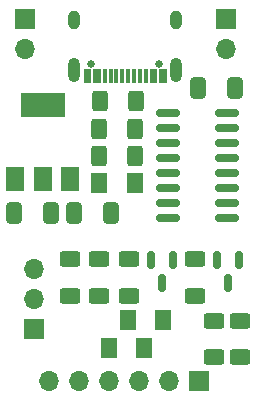
<source format=gbr>
%TF.GenerationSoftware,KiCad,Pcbnew,7.0.1*%
%TF.CreationDate,2023-04-05T11:46:08-04:00*%
%TF.ProjectId,PCB_USB_TTL,5043425f-5553-4425-9f54-544c2e6b6963,rev?*%
%TF.SameCoordinates,Original*%
%TF.FileFunction,Soldermask,Top*%
%TF.FilePolarity,Negative*%
%FSLAX46Y46*%
G04 Gerber Fmt 4.6, Leading zero omitted, Abs format (unit mm)*
G04 Created by KiCad (PCBNEW 7.0.1) date 2023-04-05 11:46:08*
%MOMM*%
%LPD*%
G01*
G04 APERTURE LIST*
G04 Aperture macros list*
%AMRoundRect*
0 Rectangle with rounded corners*
0 $1 Rounding radius*
0 $2 $3 $4 $5 $6 $7 $8 $9 X,Y pos of 4 corners*
0 Add a 4 corners polygon primitive as box body*
4,1,4,$2,$3,$4,$5,$6,$7,$8,$9,$2,$3,0*
0 Add four circle primitives for the rounded corners*
1,1,$1+$1,$2,$3*
1,1,$1+$1,$4,$5*
1,1,$1+$1,$6,$7*
1,1,$1+$1,$8,$9*
0 Add four rect primitives between the rounded corners*
20,1,$1+$1,$2,$3,$4,$5,0*
20,1,$1+$1,$4,$5,$6,$7,0*
20,1,$1+$1,$6,$7,$8,$9,0*
20,1,$1+$1,$8,$9,$2,$3,0*%
G04 Aperture macros list end*
%ADD10RoundRect,0.150000X-0.150000X0.587500X-0.150000X-0.587500X0.150000X-0.587500X0.150000X0.587500X0*%
%ADD11RoundRect,0.250000X-0.625000X0.400000X-0.625000X-0.400000X0.625000X-0.400000X0.625000X0.400000X0*%
%ADD12RoundRect,0.250000X-0.412500X-0.650000X0.412500X-0.650000X0.412500X0.650000X-0.412500X0.650000X0*%
%ADD13RoundRect,0.250001X-0.462499X-0.624999X0.462499X-0.624999X0.462499X0.624999X-0.462499X0.624999X0*%
%ADD14R,1.500000X2.000000*%
%ADD15R,3.800000X2.000000*%
%ADD16RoundRect,0.250000X0.412500X0.650000X-0.412500X0.650000X-0.412500X-0.650000X0.412500X-0.650000X0*%
%ADD17R,1.700000X1.700000*%
%ADD18O,1.700000X1.700000*%
%ADD19RoundRect,0.250000X0.625000X-0.400000X0.625000X0.400000X-0.625000X0.400000X-0.625000X-0.400000X0*%
%ADD20RoundRect,0.250000X0.400000X0.625000X-0.400000X0.625000X-0.400000X-0.625000X0.400000X-0.625000X0*%
%ADD21RoundRect,0.250000X-0.400000X-0.625000X0.400000X-0.625000X0.400000X0.625000X-0.400000X0.625000X0*%
%ADD22RoundRect,0.150000X0.825000X0.150000X-0.825000X0.150000X-0.825000X-0.150000X0.825000X-0.150000X0*%
%ADD23C,0.650000*%
%ADD24R,0.300000X1.150000*%
%ADD25O,1.000000X2.100000*%
%ADD26O,1.000000X1.600000*%
G04 APERTURE END LIST*
D10*
%TO.C,Q1*%
X147550000Y-83762500D03*
X145650000Y-83762500D03*
X146600000Y-85637500D03*
%TD*%
D11*
%TO.C,R1*%
X149400000Y-83650000D03*
X149400000Y-86750000D03*
%TD*%
%TO.C,R4*%
X141300000Y-83650000D03*
X141300000Y-86750000D03*
%TD*%
D12*
%TO.C,C1*%
X139137500Y-79750000D03*
X142262500Y-79750000D03*
%TD*%
D11*
%TO.C,R5*%
X138800000Y-83650000D03*
X138800000Y-86750000D03*
%TD*%
D13*
%TO.C,D1*%
X141312500Y-77200000D03*
X144287500Y-77200000D03*
%TD*%
D14*
%TO.C,U1*%
X134200000Y-76900000D03*
X136500000Y-76900000D03*
X138800000Y-76900000D03*
D15*
X136500000Y-70600000D03*
%TD*%
D16*
%TO.C,C3*%
X137198500Y-79750000D03*
X134073500Y-79750000D03*
%TD*%
D11*
%TO.C,R6*%
X153200000Y-88850000D03*
X153200000Y-91950000D03*
%TD*%
D17*
%TO.C,J1*%
X135800000Y-89525000D03*
D18*
X135800000Y-86985000D03*
X135800000Y-84445000D03*
%TD*%
D10*
%TO.C,Q2*%
X153150000Y-83762500D03*
X151250000Y-83762500D03*
X152200000Y-85637500D03*
%TD*%
D19*
%TO.C,R7*%
X151000000Y-91950000D03*
X151000000Y-88850000D03*
%TD*%
D20*
%TO.C,R9*%
X144450000Y-70300000D03*
X141350000Y-70300000D03*
%TD*%
D12*
%TO.C,C2*%
X149637500Y-69200000D03*
X152762500Y-69200000D03*
%TD*%
D21*
%TO.C,R3*%
X141250000Y-74900000D03*
X144350000Y-74900000D03*
%TD*%
D20*
%TO.C,R8*%
X144350000Y-72600000D03*
X141250000Y-72600000D03*
%TD*%
D22*
%TO.C,U2*%
X152075000Y-80137000D03*
X152075000Y-78867000D03*
X152075000Y-77597000D03*
X152075000Y-76327000D03*
X152075000Y-75057000D03*
X152075000Y-73787000D03*
X152075000Y-72517000D03*
X152075000Y-71247000D03*
X147125000Y-71247000D03*
X147125000Y-72517000D03*
X147125000Y-73787000D03*
X147125000Y-75057000D03*
X147125000Y-76327000D03*
X147125000Y-77597000D03*
X147125000Y-78867000D03*
X147125000Y-80137000D03*
%TD*%
D23*
%TO.C,P1*%
X146390000Y-67105000D03*
X140610000Y-67105000D03*
D24*
X146850000Y-68170000D03*
X146050000Y-68170000D03*
X144750000Y-68170000D03*
X143750000Y-68170000D03*
X143250000Y-68170000D03*
X142250000Y-68170000D03*
X140950000Y-68170000D03*
X140150000Y-68170000D03*
X140450000Y-68170000D03*
X141250000Y-68170000D03*
X141750000Y-68170000D03*
X142750000Y-68170000D03*
X144250000Y-68170000D03*
X145250000Y-68170000D03*
X145750000Y-68170000D03*
X146550000Y-68170000D03*
D25*
X147820000Y-67605000D03*
D26*
X147820000Y-63425000D03*
D25*
X139180000Y-67605000D03*
D26*
X139180000Y-63425000D03*
%TD*%
D13*
%TO.C,D3*%
X142112500Y-91200000D03*
X145087500Y-91200000D03*
%TD*%
%TO.C,D2*%
X143712500Y-88800000D03*
X146687500Y-88800000D03*
%TD*%
D19*
%TO.C,R2*%
X143800000Y-86750000D03*
X143800000Y-83650000D03*
%TD*%
D17*
%TO.C,J3*%
X135000000Y-63325000D03*
D18*
X135000000Y-65865000D03*
%TD*%
D17*
%TO.C,J2*%
X149750000Y-94000000D03*
D18*
X147210000Y-94000000D03*
X144670000Y-94000000D03*
X142130000Y-94000000D03*
X139590000Y-94000000D03*
X137050000Y-94000000D03*
%TD*%
D17*
%TO.C,J4*%
X152000000Y-63325000D03*
D18*
X152000000Y-65865000D03*
%TD*%
M02*

</source>
